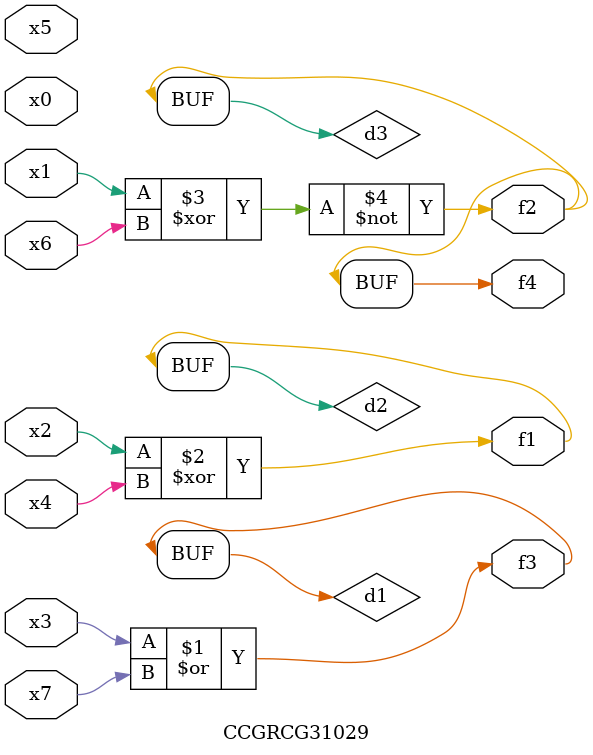
<source format=v>
module CCGRCG31029(
	input x0, x1, x2, x3, x4, x5, x6, x7,
	output f1, f2, f3, f4
);

	wire d1, d2, d3;

	or (d1, x3, x7);
	xor (d2, x2, x4);
	xnor (d3, x1, x6);
	assign f1 = d2;
	assign f2 = d3;
	assign f3 = d1;
	assign f4 = d3;
endmodule

</source>
